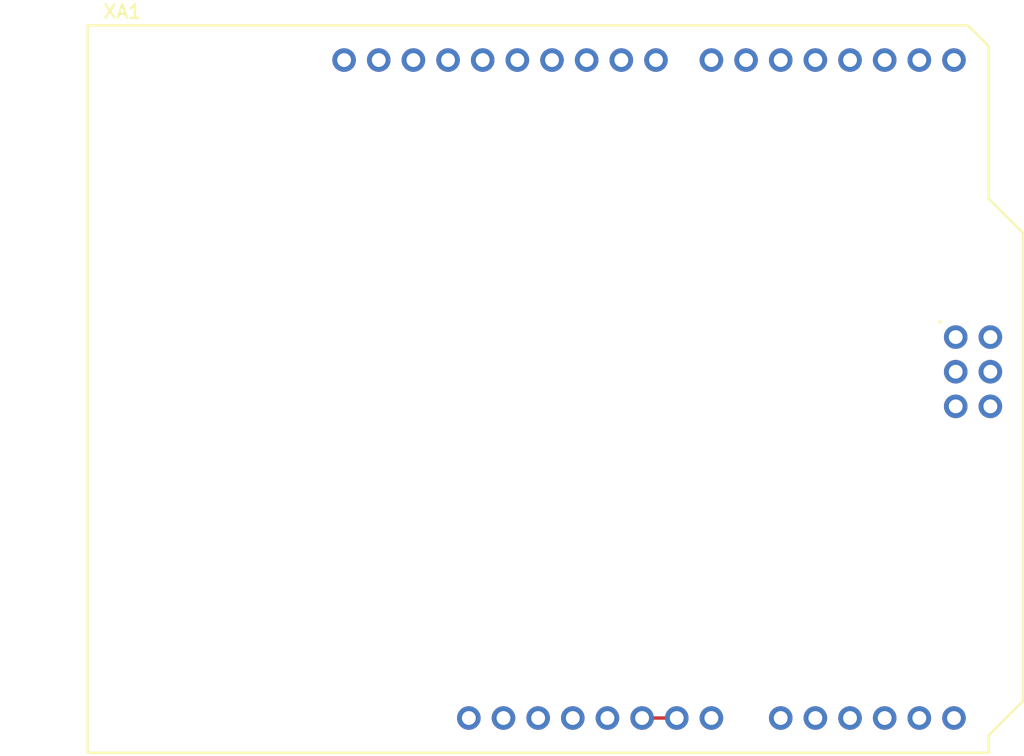
<source format=kicad_pcb>
(kicad_pcb (version 20171130) (host pcbnew "(5.1.2)-2")

  (general
    (thickness 1.6)
    (drawings 0)
    (tracks 1)
    (zones 0)
    (modules 1)
    (nets 2)
  )

  (page A4)
  (layers
    (0 F.Cu signal)
    (31 B.Cu signal)
    (32 B.Adhes user)
    (33 F.Adhes user)
    (34 B.Paste user)
    (35 F.Paste user)
    (36 B.SilkS user)
    (37 F.SilkS user)
    (38 B.Mask user)
    (39 F.Mask user)
    (40 Dwgs.User user)
    (41 Cmts.User user)
    (42 Eco1.User user)
    (43 Eco2.User user)
    (44 Edge.Cuts user)
    (45 Margin user)
    (46 B.CrtYd user)
    (47 F.CrtYd user)
    (48 B.Fab user)
    (49 F.Fab user)
  )

  (setup
    (last_trace_width 0.25)
    (user_trace_width 0.8)
    (trace_clearance 0.2)
    (zone_clearance 0.508)
    (zone_45_only no)
    (trace_min 0.2)
    (via_size 0.8)
    (via_drill 0.4)
    (via_min_size 0.4)
    (via_min_drill 0.3)
    (user_via 2.4 0.8)
    (uvia_size 0.3)
    (uvia_drill 0.1)
    (uvias_allowed no)
    (uvia_min_size 0.2)
    (uvia_min_drill 0.1)
    (edge_width 0.05)
    (segment_width 0.2)
    (pcb_text_width 0.3)
    (pcb_text_size 1.5 1.5)
    (mod_edge_width 0.12)
    (mod_text_size 1 1)
    (mod_text_width 0.15)
    (pad_size 1.524 1.524)
    (pad_drill 0.762)
    (pad_to_mask_clearance 0.051)
    (solder_mask_min_width 0.25)
    (aux_axis_origin 0 0)
    (visible_elements FFFFFF7F)
    (pcbplotparams
      (layerselection 0x010fc_ffffffff)
      (usegerberextensions false)
      (usegerberattributes false)
      (usegerberadvancedattributes false)
      (creategerberjobfile false)
      (excludeedgelayer true)
      (linewidth 0.100000)
      (plotframeref false)
      (viasonmask false)
      (mode 1)
      (useauxorigin false)
      (hpglpennumber 1)
      (hpglpenspeed 20)
      (hpglpendiameter 15.000000)
      (psnegative false)
      (psa4output false)
      (plotreference true)
      (plotvalue true)
      (plotinvisibletext false)
      (padsonsilk false)
      (subtractmaskfromsilk false)
      (outputformat 1)
      (mirror false)
      (drillshape 1)
      (scaleselection 1)
      (outputdirectory ""))
  )

  (net 0 "")
  (net 1 GND)

  (net_class Default "Ceci est la Netclass par défaut."
    (clearance 0.2)
    (trace_width 0.25)
    (via_dia 0.8)
    (via_drill 0.4)
    (uvia_dia 0.3)
    (uvia_drill 0.1)
    (add_net +3V3)
    (add_net /Gas_Interrupt)
    (add_net /Gas_Value)
    (add_net GND)
    (add_net "Net-(XA1-Pad5V1)")
    (add_net "Net-(XA1-Pad5V2)")
    (add_net "Net-(XA1-PadD0)")
    (add_net "Net-(XA1-PadD1)")
    (add_net "Net-(XA1-PadD3)")
    (add_net "Net-(XA1-PadD4)")
    (add_net "Net-(XA1-PadD5)")
    (add_net "Net-(XA1-PadD6)")
    (add_net "Net-(XA1-PadD7)")
    (add_net "Net-(XA1-PadGND4)")
    (add_net "Net-(XA1-PadIORF)")
    (add_net "Net-(XA1-PadMOSI)")
    (add_net "Net-(XA1-PadRST1)")
    (add_net "Net-(XA1-PadRST2)")
    (add_net "Net-(XA1-PadSCK)")
    (add_net "Net-(XA1-PadVIN)")
  )

  (module Arduino:Arduino_Uno_Shield (layer F.Cu) (tedit 5A8605EC) (tstamp 5DD40620)
    (at 101.981 104.14)
    (descr https://store.arduino.cc/arduino-uno-rev3)
    (path /5DD4052F)
    (fp_text reference XA1 (at 2.54 -54.356) (layer F.SilkS)
      (effects (font (size 1 1) (thickness 0.15)))
    )
    (fp_text value Arduino_Uno_Shield (at 15.494 -54.356) (layer F.Fab)
      (effects (font (size 1 1) (thickness 0.15)))
    )
    (fp_line (start 0 -53.34) (end 64.516 -53.34) (layer F.SilkS) (width 0.15))
    (fp_line (start 0 0) (end 66.04 0) (layer F.SilkS) (width 0.15))
    (fp_line (start 64.516 -53.34) (end 66.04 -51.816) (layer F.SilkS) (width 0.15))
    (fp_line (start 66.04 0) (end 66.04 -1.27) (layer F.SilkS) (width 0.15))
    (fp_line (start 66.04 -1.27) (end 68.58 -3.81) (layer F.SilkS) (width 0.15))
    (fp_line (start 68.58 -3.81) (end 68.58 -38.1) (layer F.SilkS) (width 0.15))
    (fp_line (start 68.58 -38.1) (end 66.04 -40.64) (layer F.SilkS) (width 0.15))
    (fp_line (start 66.04 -40.64) (end 66.04 -51.816) (layer F.SilkS) (width 0.15))
    (fp_line (start 0 -53.34) (end 0 0) (layer F.SilkS) (width 0.15))
    (fp_line (start -1.905 -12.065) (end 11.43 -12.065) (layer B.CrtYd) (width 0.15))
    (fp_line (start -1.905 -12.065) (end -1.905 -3.175) (layer B.CrtYd) (width 0.15))
    (fp_line (start -1.905 -3.175) (end 11.43 -3.175) (layer B.CrtYd) (width 0.15))
    (fp_line (start 11.43 -12.065) (end 11.43 -3.175) (layer B.CrtYd) (width 0.15))
    (fp_text user . (at 62.484 -32.004) (layer F.SilkS)
      (effects (font (size 1 1) (thickness 0.15)))
    )
    (fp_line (start -6.35 -43.815) (end -6.35 -32.385) (layer B.CrtYd) (width 0.15))
    (fp_line (start 9.525 -43.815) (end 9.525 -32.385) (layer B.CrtYd) (width 0.15))
    (fp_line (start 9.525 -43.815) (end -6.35 -43.815) (layer B.CrtYd) (width 0.15))
    (fp_line (start 9.525 -32.385) (end -6.35 -32.385) (layer B.CrtYd) (width 0.15))
    (pad MISO thru_hole oval (at 63.627 -30.48) (size 1.7272 1.7272) (drill 1.016) (layers *.Cu *.Mask))
    (pad A5 thru_hole oval (at 63.5 -2.54) (size 1.7272 1.7272) (drill 1.016) (layers *.Cu *.Mask))
    (pad A4 thru_hole oval (at 60.96 -2.54) (size 1.7272 1.7272) (drill 1.016) (layers *.Cu *.Mask))
    (pad A3 thru_hole oval (at 58.42 -2.54) (size 1.7272 1.7272) (drill 1.016) (layers *.Cu *.Mask))
    (pad A2 thru_hole oval (at 55.88 -2.54) (size 1.7272 1.7272) (drill 1.016) (layers *.Cu *.Mask))
    (pad A1 thru_hole oval (at 53.34 -2.54) (size 1.7272 1.7272) (drill 1.016) (layers *.Cu *.Mask))
    (pad "" thru_hole oval (at 27.94 -2.54) (size 1.7272 1.7272) (drill 1.016) (layers *.Cu *.Mask))
    (pad D11 thru_hole oval (at 34.036 -50.8) (size 1.7272 1.7272) (drill 1.016) (layers *.Cu *.Mask))
    (pad D12 thru_hole oval (at 31.496 -50.8) (size 1.7272 1.7272) (drill 1.016) (layers *.Cu *.Mask))
    (pad D13 thru_hole oval (at 28.956 -50.8) (size 1.7272 1.7272) (drill 1.016) (layers *.Cu *.Mask))
    (pad AREF thru_hole oval (at 23.876 -50.8) (size 1.7272 1.7272) (drill 1.016) (layers *.Cu *.Mask))
    (pad SDA thru_hole oval (at 21.336 -50.8) (size 1.7272 1.7272) (drill 1.016) (layers *.Cu *.Mask))
    (pad SCL thru_hole oval (at 18.796 -50.8) (size 1.7272 1.7272) (drill 1.016) (layers *.Cu *.Mask))
    (pad "" np_thru_hole circle (at 13.97 -2.54) (size 3.2 3.2) (drill 3.2) (layers *.Cu *.Mask))
    (pad "" np_thru_hole circle (at 15.24 -50.8) (size 3.2 3.2) (drill 3.2) (layers *.Cu *.Mask))
    (pad "" np_thru_hole circle (at 66.04 -35.56) (size 3.2 3.2) (drill 3.2) (layers *.Cu *.Mask))
    (pad "" np_thru_hole circle (at 66.04 -7.62) (size 3.2 3.2) (drill 3.2) (layers *.Cu *.Mask))
    (pad D10 thru_hole oval (at 36.576 -50.8) (size 1.7272 1.7272) (drill 1.016) (layers *.Cu *.Mask))
    (pad D9 thru_hole oval (at 39.116 -50.8) (size 1.7272 1.7272) (drill 1.016) (layers *.Cu *.Mask))
    (pad D8 thru_hole oval (at 41.656 -50.8) (size 1.7272 1.7272) (drill 1.016) (layers *.Cu *.Mask))
    (pad GND1 thru_hole oval (at 26.416 -50.8) (size 1.7272 1.7272) (drill 1.016) (layers *.Cu *.Mask)
      (net 1 GND))
    (pad D7 thru_hole oval (at 45.72 -50.8) (size 1.7272 1.7272) (drill 1.016) (layers *.Cu *.Mask))
    (pad D6 thru_hole oval (at 48.26 -50.8) (size 1.7272 1.7272) (drill 1.016) (layers *.Cu *.Mask))
    (pad D5 thru_hole oval (at 50.8 -50.8) (size 1.7272 1.7272) (drill 1.016) (layers *.Cu *.Mask))
    (pad D4 thru_hole oval (at 53.34 -50.8) (size 1.7272 1.7272) (drill 1.016) (layers *.Cu *.Mask))
    (pad D3 thru_hole oval (at 55.88 -50.8) (size 1.7272 1.7272) (drill 1.016) (layers *.Cu *.Mask))
    (pad D2 thru_hole oval (at 58.42 -50.8) (size 1.7272 1.7272) (drill 1.016) (layers *.Cu *.Mask))
    (pad D1 thru_hole oval (at 60.96 -50.8) (size 1.7272 1.7272) (drill 1.016) (layers *.Cu *.Mask))
    (pad D0 thru_hole oval (at 63.5 -50.8) (size 1.7272 1.7272) (drill 1.016) (layers *.Cu *.Mask))
    (pad IORF thru_hole oval (at 30.48 -2.54) (size 1.7272 1.7272) (drill 1.016) (layers *.Cu *.Mask))
    (pad RST1 thru_hole oval (at 33.02 -2.54) (size 1.7272 1.7272) (drill 1.016) (layers *.Cu *.Mask))
    (pad 3V3 thru_hole oval (at 35.56 -2.54) (size 1.7272 1.7272) (drill 1.016) (layers *.Cu *.Mask))
    (pad 5V1 thru_hole oval (at 38.1 -2.54) (size 1.7272 1.7272) (drill 1.016) (layers *.Cu *.Mask))
    (pad GND2 thru_hole oval (at 40.64 -2.54) (size 1.7272 1.7272) (drill 1.016) (layers *.Cu *.Mask)
      (net 1 GND))
    (pad GND3 thru_hole oval (at 43.18 -2.54) (size 1.7272 1.7272) (drill 1.016) (layers *.Cu *.Mask)
      (net 1 GND))
    (pad VIN thru_hole oval (at 45.72 -2.54) (size 1.7272 1.7272) (drill 1.016) (layers *.Cu *.Mask))
    (pad A0 thru_hole oval (at 50.8 -2.54) (size 1.7272 1.7272) (drill 1.016) (layers *.Cu *.Mask))
    (pad 5V2 thru_hole oval (at 66.167 -30.48) (size 1.7272 1.7272) (drill 1.016) (layers *.Cu *.Mask))
    (pad SCK thru_hole oval (at 63.627 -27.94) (size 1.7272 1.7272) (drill 1.016) (layers *.Cu *.Mask))
    (pad MOSI thru_hole oval (at 66.167 -27.94) (size 1.7272 1.7272) (drill 1.016) (layers *.Cu *.Mask))
    (pad GND4 thru_hole oval (at 66.167 -25.4) (size 1.7272 1.7272) (drill 1.016) (layers *.Cu *.Mask))
    (pad RST2 thru_hole oval (at 63.627 -25.4) (size 1.7272 1.7272) (drill 1.016) (layers *.Cu *.Mask))
  )

  (segment (start 145.161 101.6) (end 142.621 101.6) (width 0.25) (layer F.Cu) (net 1))

)

</source>
